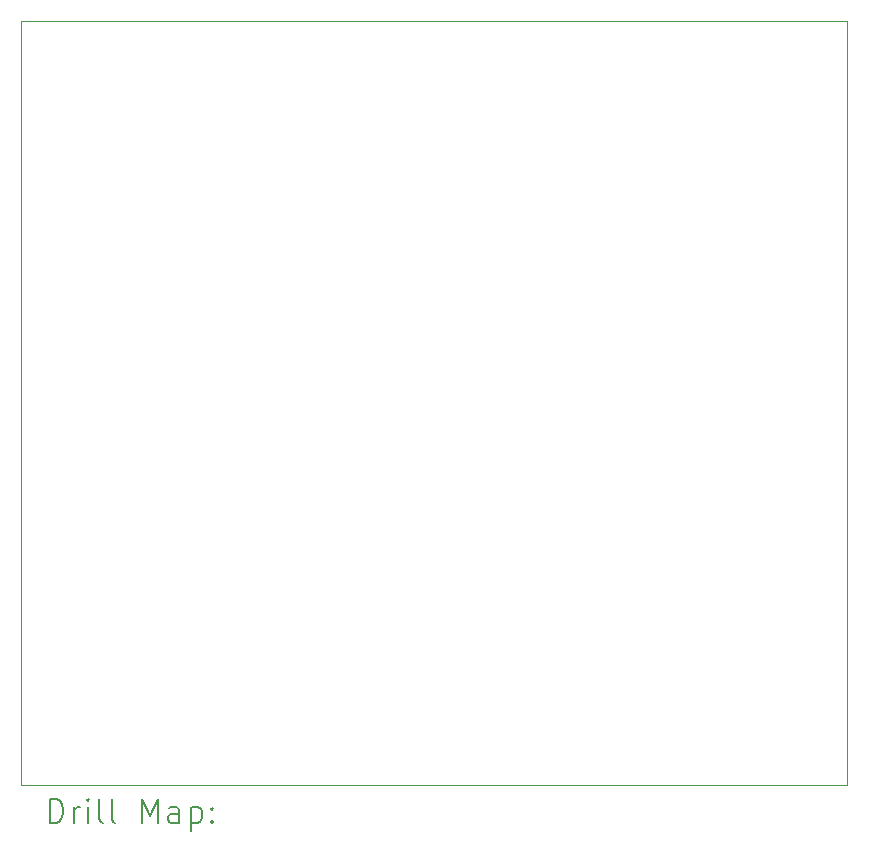
<source format=gbr>
%TF.GenerationSoftware,KiCad,Pcbnew,7.0.1*%
%TF.CreationDate,2024-04-08T12:26:27+03:00*%
%TF.ProjectId,double_flop,646f7562-6c65-45f6-966c-6f702e6b6963,rev?*%
%TF.SameCoordinates,Original*%
%TF.FileFunction,Drillmap*%
%TF.FilePolarity,Positive*%
%FSLAX45Y45*%
G04 Gerber Fmt 4.5, Leading zero omitted, Abs format (unit mm)*
G04 Created by KiCad (PCBNEW 7.0.1) date 2024-04-08 12:26:27*
%MOMM*%
%LPD*%
G01*
G04 APERTURE LIST*
%ADD10C,0.100000*%
%ADD11C,0.200000*%
G04 APERTURE END LIST*
D10*
X20439250Y-2259750D02*
X13444250Y-2259750D01*
X13444250Y-8729750D01*
X20439250Y-8729750D01*
X20439250Y-2259750D01*
D11*
X13686869Y-9047274D02*
X13686869Y-8847274D01*
X13686869Y-8847274D02*
X13734488Y-8847274D01*
X13734488Y-8847274D02*
X13763059Y-8856798D01*
X13763059Y-8856798D02*
X13782107Y-8875845D01*
X13782107Y-8875845D02*
X13791631Y-8894893D01*
X13791631Y-8894893D02*
X13801155Y-8932988D01*
X13801155Y-8932988D02*
X13801155Y-8961560D01*
X13801155Y-8961560D02*
X13791631Y-8999655D01*
X13791631Y-8999655D02*
X13782107Y-9018702D01*
X13782107Y-9018702D02*
X13763059Y-9037750D01*
X13763059Y-9037750D02*
X13734488Y-9047274D01*
X13734488Y-9047274D02*
X13686869Y-9047274D01*
X13886869Y-9047274D02*
X13886869Y-8913940D01*
X13886869Y-8952036D02*
X13896393Y-8932988D01*
X13896393Y-8932988D02*
X13905917Y-8923464D01*
X13905917Y-8923464D02*
X13924964Y-8913940D01*
X13924964Y-8913940D02*
X13944012Y-8913940D01*
X14010678Y-9047274D02*
X14010678Y-8913940D01*
X14010678Y-8847274D02*
X14001155Y-8856798D01*
X14001155Y-8856798D02*
X14010678Y-8866321D01*
X14010678Y-8866321D02*
X14020202Y-8856798D01*
X14020202Y-8856798D02*
X14010678Y-8847274D01*
X14010678Y-8847274D02*
X14010678Y-8866321D01*
X14134488Y-9047274D02*
X14115440Y-9037750D01*
X14115440Y-9037750D02*
X14105917Y-9018702D01*
X14105917Y-9018702D02*
X14105917Y-8847274D01*
X14239250Y-9047274D02*
X14220202Y-9037750D01*
X14220202Y-9037750D02*
X14210678Y-9018702D01*
X14210678Y-9018702D02*
X14210678Y-8847274D01*
X14467821Y-9047274D02*
X14467821Y-8847274D01*
X14467821Y-8847274D02*
X14534488Y-8990131D01*
X14534488Y-8990131D02*
X14601155Y-8847274D01*
X14601155Y-8847274D02*
X14601155Y-9047274D01*
X14782107Y-9047274D02*
X14782107Y-8942512D01*
X14782107Y-8942512D02*
X14772583Y-8923464D01*
X14772583Y-8923464D02*
X14753536Y-8913940D01*
X14753536Y-8913940D02*
X14715440Y-8913940D01*
X14715440Y-8913940D02*
X14696393Y-8923464D01*
X14782107Y-9037750D02*
X14763059Y-9047274D01*
X14763059Y-9047274D02*
X14715440Y-9047274D01*
X14715440Y-9047274D02*
X14696393Y-9037750D01*
X14696393Y-9037750D02*
X14686869Y-9018702D01*
X14686869Y-9018702D02*
X14686869Y-8999655D01*
X14686869Y-8999655D02*
X14696393Y-8980607D01*
X14696393Y-8980607D02*
X14715440Y-8971083D01*
X14715440Y-8971083D02*
X14763059Y-8971083D01*
X14763059Y-8971083D02*
X14782107Y-8961560D01*
X14877345Y-8913940D02*
X14877345Y-9113940D01*
X14877345Y-8923464D02*
X14896393Y-8913940D01*
X14896393Y-8913940D02*
X14934488Y-8913940D01*
X14934488Y-8913940D02*
X14953536Y-8923464D01*
X14953536Y-8923464D02*
X14963059Y-8932988D01*
X14963059Y-8932988D02*
X14972583Y-8952036D01*
X14972583Y-8952036D02*
X14972583Y-9009179D01*
X14972583Y-9009179D02*
X14963059Y-9028226D01*
X14963059Y-9028226D02*
X14953536Y-9037750D01*
X14953536Y-9037750D02*
X14934488Y-9047274D01*
X14934488Y-9047274D02*
X14896393Y-9047274D01*
X14896393Y-9047274D02*
X14877345Y-9037750D01*
X15058298Y-9028226D02*
X15067821Y-9037750D01*
X15067821Y-9037750D02*
X15058298Y-9047274D01*
X15058298Y-9047274D02*
X15048774Y-9037750D01*
X15048774Y-9037750D02*
X15058298Y-9028226D01*
X15058298Y-9028226D02*
X15058298Y-9047274D01*
X15058298Y-8923464D02*
X15067821Y-8932988D01*
X15067821Y-8932988D02*
X15058298Y-8942512D01*
X15058298Y-8942512D02*
X15048774Y-8932988D01*
X15048774Y-8932988D02*
X15058298Y-8923464D01*
X15058298Y-8923464D02*
X15058298Y-8942512D01*
M02*

</source>
